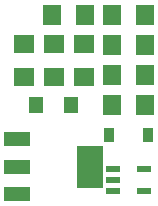
<source format=gbr>
G04 EAGLE Gerber RS-274X export*
G75*
%MOMM*%
%FSLAX34Y34*%
%LPD*%
%INSolderpaste Top*%
%IPPOS*%
%AMOC8*
5,1,8,0,0,1.08239X$1,22.5*%
G01*
%ADD10R,0.910000X1.220000*%
%ADD11R,2.235200X1.219200*%
%ADD12R,2.200000X3.600000*%
%ADD13R,1.200000X0.550000*%
%ADD14R,1.200000X1.400000*%
%ADD15R,1.600000X1.800000*%
%ADD16R,1.800000X1.600000*%


D10*
X168775Y101600D03*
X136025Y101600D03*
D11*
X57912Y98044D03*
X57912Y74930D03*
X57912Y51816D03*
D12*
X119890Y74930D03*
D13*
X139399Y73000D03*
X139399Y63500D03*
X139399Y54000D03*
X165401Y54000D03*
X165401Y73000D03*
D14*
X73900Y127000D03*
X103900Y127000D03*
D15*
X166400Y177800D03*
X138400Y177800D03*
X166400Y152400D03*
X138400Y152400D03*
X166400Y203200D03*
X138400Y203200D03*
X115600Y203200D03*
X87600Y203200D03*
D16*
X114300Y151100D03*
X114300Y179100D03*
X88900Y151100D03*
X88900Y179100D03*
X63500Y151100D03*
X63500Y179100D03*
D15*
X138400Y127000D03*
X166400Y127000D03*
M02*

</source>
